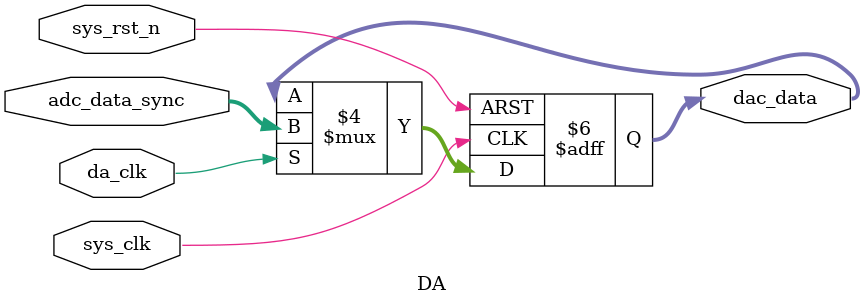
<source format=v>
`timescale 1ns / 1ps


module DA(
    input wire  sys_clk,
    input wire  da_clk,
    input wire  sys_rst_n,
    input wire  [7:0] adc_data_sync,
    output reg  [7:0] dac_data
    );

    always @(posedge sys_clk or negedge sys_rst_n) begin
        if(!sys_rst_n)
            dac_data <= 8'd0;
        else if(da_clk)
            dac_data <= adc_data_sync;
        else
            dac_data <= dac_data;
    end
endmodule

</source>
